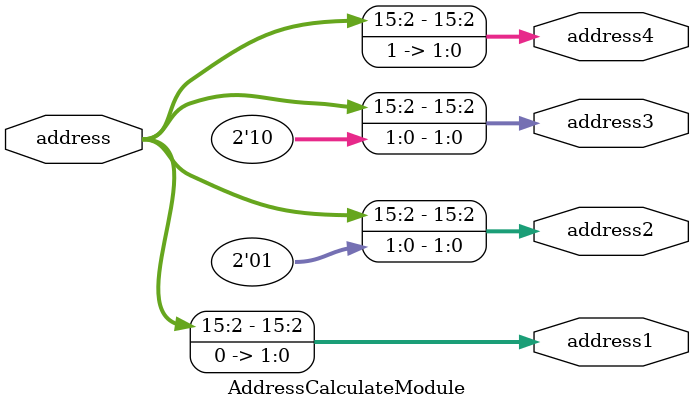
<source format=v>
`timescale 1ns/1ns
`define PERIOD1 100
`define MEMORY_SIZE 256	//	size of memory is 2^8 words (reduced size)
`define WORD_SIZE 16	//	instead of 2^16 words to reduce memory

module Memory(clk, reset_n, readM1, address1, data1_1, data1_2, data1_3, data1_4, readM2, writeM2, address2, data2_1, data2_2, data2_3, data2_4);
	input clk;
	wire clk;
	input reset_n;
	wire reset_n;
	
// Instruction Memory 

	input readM1;
	wire readM1;

	input [`WORD_SIZE-1:0] address1;
	wire [`WORD_SIZE-1:0] address1;
	
	wire [`WORD_SIZE-1:0] address1_1;
	wire [`WORD_SIZE-1:0] address1_2;
	wire [`WORD_SIZE-1:0] address1_3;
	wire [`WORD_SIZE-1:0] address1_4; 
	output reg [`WORD_SIZE-1:0] data1_1;
	output reg [`WORD_SIZE-1:0] data1_2;
	output reg [`WORD_SIZE-1:0] data1_3;
	output reg [`WORD_SIZE-1:0] data1_4;

	
	AddressCalculateModule InstructionACM(address1, address1_1, address1_2, address1_3, address1_4);
	

	// ----------------------------------
	// Data Memory
	
	input readM2;
	wire readM2;
	input writeM2;
	wire writeM2;
	input [`WORD_SIZE-1:0] address2;
	wire [`WORD_SIZE-1:0] address2;

	wire [`WORD_SIZE-1:0] address2_1;
	wire [`WORD_SIZE-1:0] address2_2;
	wire [`WORD_SIZE-1:0] address2_3;
	wire [`WORD_SIZE-1:0] address2_4; 
	inout wire [`WORD_SIZE-1:0] data2_1;
	inout wire [`WORD_SIZE-1:0] data2_2;
	inout wire [`WORD_SIZE-1:0] data2_3;
	inout wire [`WORD_SIZE-1:0] data2_4;


	AddressCalculateModule DataACM(address2, address2_1, address2_2, address2_3, address2_4);

	// ----------------------------------


	
	reg [`WORD_SIZE-1:0] memory [0:`MEMORY_SIZE-1];
	reg [`WORD_SIZE-1:0] outputData2;
	reg [`WORD_SIZE-1:0] outputData1;


	reg [`WORD_SIZE-1:0] outputData2_1;
	reg [`WORD_SIZE-1:0] outputData2_2;
	reg [`WORD_SIZE-1:0] outputData2_3;
	reg [`WORD_SIZE-1:0] outputData2_4;



  assign data2_1 = readM2?outputData2_1:`WORD_SIZE'bz;
	assign data2_2 = readM2?outputData2_2:`WORD_SIZE'bz;
	assign data2_3 = readM2?outputData2_3:`WORD_SIZE'bz;
	assign data2_4 = readM2?outputData2_4:`WORD_SIZE'bz;

	
	always@(posedge clk)
		if(!reset_n)
			begin
				memory[16'h0] <= 16'h9023;
				memory[16'h1] <= 16'h1;
				memory[16'h2] <= 16'hffff;
				memory[16'h3] <= 16'h0;
				memory[16'h4] <= 16'h0;
				memory[16'h5] <= 16'h0;
				memory[16'h6] <= 16'h0;
				memory[16'h7] <= 16'h0;
				memory[16'h8] <= 16'h0;
				memory[16'h9] <= 16'h0;
				memory[16'ha] <= 16'h0;
				memory[16'hb] <= 16'h0;
				memory[16'hc] <= 16'h0;
				memory[16'hd] <= 16'h0;
				memory[16'he] <= 16'h0;
				memory[16'hf] <= 16'h0;
				memory[16'h10] <= 16'h0;
				memory[16'h11] <= 16'h0;
				memory[16'h12] <= 16'h0;
				memory[16'h13] <= 16'h0;
				memory[16'h14] <= 16'h0;
				memory[16'h15] <= 16'h0;
				memory[16'h16] <= 16'h0;
				memory[16'h17] <= 16'h0;
				memory[16'h18] <= 16'h0;
				memory[16'h19] <= 16'h0;
				memory[16'h1a] <= 16'h0;
				memory[16'h1b] <= 16'h0;
				memory[16'h1c] <= 16'h0;
				memory[16'h1d] <= 16'h0;
				memory[16'h1e] <= 16'h0;
				memory[16'h1f] <= 16'h0;
				memory[16'h20] <= 16'h0;
				memory[16'h21] <= 16'h0;
				memory[16'h22] <= 16'h0;
				memory[16'h23] <= 16'h6000;
				memory[16'h24] <= 16'hf01c;
				memory[16'h25] <= 16'h6100;
				memory[16'h26] <= 16'hf41c;
				memory[16'h27] <= 16'h6200;
				memory[16'h28] <= 16'hf81c;
				memory[16'h29] <= 16'h6300;
				memory[16'h2a] <= 16'hfc1c;
				memory[16'h2b] <= 16'h4401;
				memory[16'h2c] <= 16'hf01c;
				memory[16'h2d] <= 16'h4001;
				memory[16'h2e] <= 16'hf01c;
				memory[16'h2f] <= 16'h5901;
				memory[16'h30] <= 16'hf41c;
				memory[16'h31] <= 16'h5502;
				memory[16'h32] <= 16'hf41c;
				memory[16'h33] <= 16'h5503;
				memory[16'h34] <= 16'hf41c;
				memory[16'h35] <= 16'hf2c0;
				memory[16'h36] <= 16'hfc1c;
				memory[16'h37] <= 16'hf6c0;
				memory[16'h38] <= 16'hfc1c;
				memory[16'h39] <= 16'hf1c0;
				memory[16'h3a] <= 16'hfc1c;
				memory[16'h3b] <= 16'hf2c1;
				memory[16'h3c] <= 16'hfc1c;
				memory[16'h3d] <= 16'hf8c1;
				memory[16'h3e] <= 16'hfc1c;
				memory[16'h3f] <= 16'hf6c1;
				memory[16'h40] <= 16'hfc1c;
				memory[16'h41] <= 16'hf9c1;
				memory[16'h42] <= 16'hfc1c;
				memory[16'h43] <= 16'hf1c1;
				memory[16'h44] <= 16'hfc1c;
				memory[16'h45] <= 16'hf4c1;
				memory[16'h46] <= 16'hfc1c;
				memory[16'h47] <= 16'hf2c2;
				memory[16'h48] <= 16'hfc1c;
				memory[16'h49] <= 16'hf6c2;
				memory[16'h4a] <= 16'hfc1c;
				memory[16'h4b] <= 16'hf1c2;
				memory[16'h4c] <= 16'hfc1c;
				memory[16'h4d] <= 16'hf2c3;
				memory[16'h4e] <= 16'hfc1c;
				memory[16'h4f] <= 16'hf6c3;
				memory[16'h50] <= 16'hfc1c;
				memory[16'h51] <= 16'hf1c3;
				memory[16'h52] <= 16'hfc1c;
				memory[16'h53] <= 16'hf0c4;
				memory[16'h54] <= 16'hfc1c;
				memory[16'h55] <= 16'hf4c4;
				memory[16'h56] <= 16'hfc1c;
				memory[16'h57] <= 16'hf8c4;
				memory[16'h58] <= 16'hfc1c;
				memory[16'h59] <= 16'hf0c5;
				memory[16'h5a] <= 16'hfc1c;
				memory[16'h5b] <= 16'hf4c5;
				memory[16'h5c] <= 16'hfc1c;
				memory[16'h5d] <= 16'hf8c5;
				memory[16'h5e] <= 16'hfc1c;
				memory[16'h5f] <= 16'hf0c6;
				memory[16'h60] <= 16'hfc1c;
				memory[16'h61] <= 16'hf4c6;
				memory[16'h62] <= 16'hfc1c;
				memory[16'h63] <= 16'hf8c6;
				memory[16'h64] <= 16'hfc1c;
				memory[16'h65] <= 16'hf0c7;
				memory[16'h66] <= 16'hfc1c;
				memory[16'h67] <= 16'hf4c7;
				memory[16'h68] <= 16'hfc1c;
				memory[16'h69] <= 16'hf8c7;
				memory[16'h6a] <= 16'hfc1c;
				memory[16'h6b] <= 16'h7801;
				memory[16'h6c] <= 16'hf01c;
				memory[16'h6d] <= 16'h7902;
				memory[16'h6e] <= 16'hf41c;
				memory[16'h6f] <= 16'h8901;
				memory[16'h70] <= 16'h8802;
				memory[16'h71] <= 16'h7801;
				memory[16'h72] <= 16'hf01c;
				memory[16'h73] <= 16'h7902;
				memory[16'h74] <= 16'hf41c;
				memory[16'h75] <= 16'h9076;
				memory[16'h76] <= 16'hf01c;
				memory[16'h77] <= 16'h9079;
				memory[16'h78] <= 16'hf01d;
				memory[16'h79] <= 16'hf41c;
				memory[16'h7a] <= 16'hb01;
				memory[16'h7b] <= 16'h907d;
				memory[16'h7c] <= 16'hf01d;
				memory[16'h7d] <= 16'hf01c;
				memory[16'h7e] <= 16'h601;
				memory[16'h7f] <= 16'hf01d;
				memory[16'h80] <= 16'hf41c;
				memory[16'h81] <= 16'h1601;
				memory[16'h82] <= 16'h9084;
				memory[16'h83] <= 16'hf01d;
				memory[16'h84] <= 16'hf01c;
				memory[16'h85] <= 16'h1b01;
				memory[16'h86] <= 16'hf01d;
				memory[16'h87] <= 16'hf41c;
				memory[16'h88] <= 16'h2001;
				memory[16'h89] <= 16'h908b;
				memory[16'h8a] <= 16'hf01d;
				memory[16'h8b] <= 16'hf01c;
				memory[16'h8c] <= 16'h2401;
				memory[16'h8d] <= 16'hf01d;
				memory[16'h8e] <= 16'hf41c;
				memory[16'h8f] <= 16'h2801;
				memory[16'h90] <= 16'h9092;
				memory[16'h91] <= 16'hf01d;
				memory[16'h92] <= 16'hf01c;
				memory[16'h93] <= 16'h3001;
				memory[16'h94] <= 16'hf01d;
				memory[16'h95] <= 16'hf41c;
				memory[16'h96] <= 16'h3401;
				memory[16'h97] <= 16'h9099;
				memory[16'h98] <= 16'hf01d;
				memory[16'h99] <= 16'hf01c;
				memory[16'h9a] <= 16'h3801;
				memory[16'h9b] <= 16'h909d;
				memory[16'h9c] <= 16'hf01d;
				memory[16'h9d] <= 16'hf41c;
				memory[16'h9e] <= 16'ha0af;
				memory[16'h9f] <= 16'hf01c;
				memory[16'ha0] <= 16'ha0ae;
				memory[16'ha1] <= 16'hf01d;
				memory[16'ha2] <= 16'hf41c;
				memory[16'ha3] <= 16'h6300;
				memory[16'ha4] <= 16'h5f03;
				memory[16'ha5] <= 16'h6000;
				memory[16'ha6] <= 16'h4005;
				memory[16'ha7] <= 16'ha0b2;
				memory[16'ha8] <= 16'hf01c;
				memory[16'ha9] <= 16'h90b1;
				memory[16'haa] <= 16'h4900;
				memory[16'hab] <= 16'hf41a;
				memory[16'hac] <= 16'hf01c;
				memory[16'had] <= 16'hf01d;
				memory[16'hae] <= 16'h4a01;
				memory[16'haf] <= 16'hf819;
				memory[16'hb0] <= 16'hf01d;
				memory[16'hb1] <= 16'ha0aa;
				memory[16'hb2] <= 16'h41ff;
				memory[16'hb3] <= 16'h2404;
				memory[16'hb4] <= 16'h6000;
				memory[16'hb5] <= 16'h5001;
				memory[16'hb6] <= 16'hf819;
				memory[16'hb7] <= 16'hf01d;
				memory[16'hb8] <= 16'h8e00;
				memory[16'hb9] <= 16'h8c01;
				memory[16'hba] <= 16'h4f02;
				memory[16'hbb] <= 16'h40fe;
				memory[16'hbc] <= 16'ha0b2;
				memory[16'hbd] <= 16'h7dff;
				memory[16'hbe] <= 16'h8cff;
				memory[16'hbf] <= 16'h44ff;
				memory[16'hc0] <= 16'ha0b2;
				memory[16'hc1] <= 16'h7dff;
				memory[16'hc2] <= 16'h7efe;
				memory[16'hc3] <= 16'hf100;
				memory[16'hc4] <= 16'h4ffe;
				memory[16'hc5] <= 16'hf819;
				memory[16'hc6] <= 16'hf01d;
			end
		else	
			begin
				if(readM1)  begin
					data1_1 <= (writeM2 & address1_1==address2_1)?data2_1:memory[address1_1];
					data1_2 <= (writeM2 & address1_2==address2_2)?data2_2:memory[address1_2];
					data1_3 <= (writeM2 & address1_3==address2_3)?data2_3:memory[address1_3];
					data1_4 <= (writeM2 & address1_4==address2_4)?data2_4:memory[address1_4];
				end
				if(readM2)  begin
					outputData2_1 <= memory[address2_1];
					outputData2_2 <= memory[address2_2];
					outputData2_3 <= memory[address2_3];
					outputData2_4 <= memory[address2_4];
				end
				if(writeM2) begin
					memory[address2_1] <= data2_1;
					memory[address2_2] <= data2_2;
					memory[address2_3] <= data2_3;
					memory[address2_4] <= data2_4;
				end
			end
endmodule

module AddressCalculateModule(address, address1, address2, address3, address4);
  input [`WORD_SIZE-1:0] address;
  output reg [`WORD_SIZE-1:0] address1;
	output reg [`WORD_SIZE-1:0] address2;
	output reg [`WORD_SIZE-1:0] address3;
	output reg [`WORD_SIZE-1:0] address4;

  always @(*) begin
		address1 <= { address[`WORD_SIZE-1:2] , 2'b00 };
		address2 <= { address[`WORD_SIZE-1:2] , 2'b01 };
		address3 <= { address[`WORD_SIZE-1:2] , 2'b10 };
		address4 <= { address[`WORD_SIZE-1:2] , 2'b11 };
  end
endmodule
</source>
